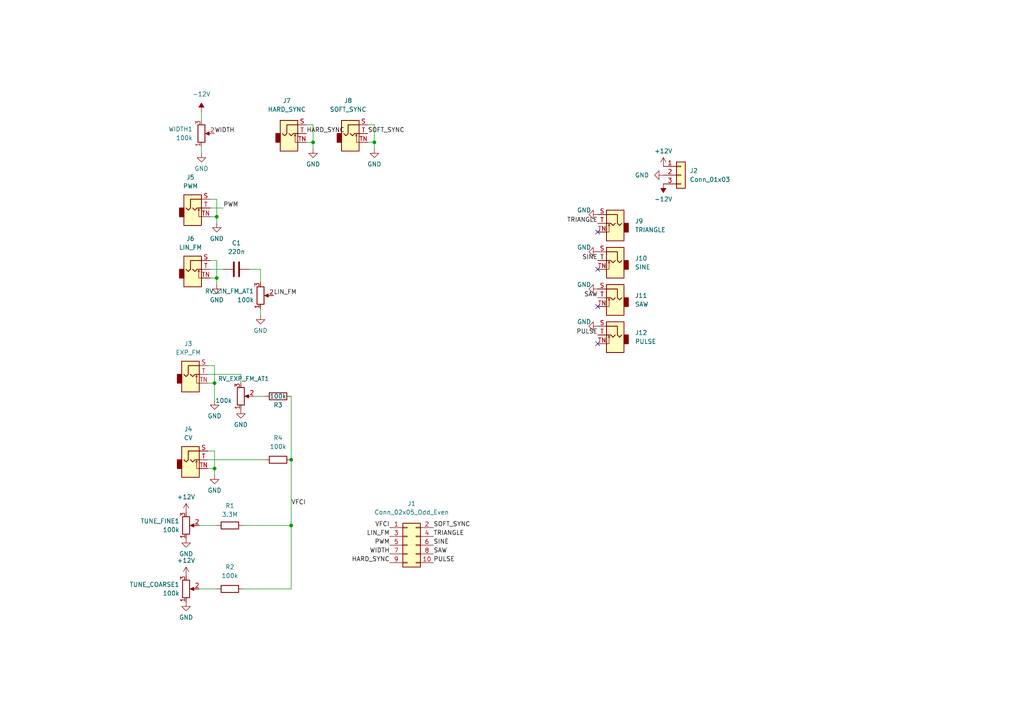
<source format=kicad_sch>
(kicad_sch (version 20211123) (generator eeschema)
  (paper "A4")
  (lib_symbols
    (symbol "Connector:AudioJack2_SwitchT"
      (property "Reference" "J" (at 0 8.89 0))
      (property "Value" "AudioJack2_SwitchT" (at 0 6.35 0))
      (symbol "AudioJack2_SwitchT_0_1"
        (rectangle (start -2.54 0) (end -3.81 -2.54) (stroke (width 0.254)) (fill (type outline)))
        (polyline (pts (xy 1.778 -0.254) (xy 2.032 -0.762)))
        (polyline (pts (xy 0 0) (xy 0.635 -0.635) (xy 1.27 0) (xy 2.54 0)) (stroke (width 0.254)))
        (polyline (pts (xy 2.54 -2.54) (xy 1.778 -2.54) (xy 1.778 -0.254) (xy 1.524 -0.762)))
        (polyline (pts (xy 2.54 2.54) (xy -0.635 2.54) (xy -0.635 0) (xy -1.27 -0.635) (xy -1.905 0)) (stroke (width 0.254)))
        (rectangle (start 2.54 3.81) (end -2.54 -5.08) (stroke (width 0.254)) (fill (type background)))
      )
      (symbol "AudioJack2_SwitchT_1_1"
        (pin passive line (at 5.08 2.54 180) (length 2.54) (name "~") (number "S"))
        (pin passive line (at 5.08 0 180) (length 2.54) (name "~") (number "T"))
        (pin passive line (at 5.08 -2.54 180) (length 2.54) (name "~") (number "TN"))
      )
    )
    (symbol "Connector_Generic:Conn_01x03" (pin_names (offset 1.016) hide)
      (property "Reference" "J" (at 0 5.08 0))
      (property "Value" "Conn_01x03" (at 0 -5.08 0))
      (symbol "Conn_01x03_1_1"
        (rectangle (start -1.27 -2.413) (end 0 -2.667) (stroke (width 0.1524)))
        (rectangle (start -1.27 0.127) (end 0 -0.127) (stroke (width 0.1524)))
        (rectangle (start -1.27 2.667) (end 0 2.413) (stroke (width 0.1524)))
        (rectangle (start -1.27 3.81) (end 1.27 -3.81) (stroke (width 0.254)) (fill (type background)))
        (pin passive line (at -5.08 2.54 0) (length 3.81) (name "Pin_1") (number "1"))
        (pin passive line (at -5.08 0 0) (length 3.81) (name "Pin_2") (number "2"))
        (pin passive line (at -5.08 -2.54 0) (length 3.81) (name "Pin_3") (number "3"))
      )
    )
    (symbol "Connector_Generic:Conn_02x05_Odd_Even" (pin_names (offset 1.016) hide)
      (property "Reference" "J" (at 1.27 7.62 0))
      (property "Value" "Conn_02x05_Odd_Even" (at 1.27 -7.62 0))
      (symbol "Conn_02x05_Odd_Even_1_1"
        (rectangle (start -1.27 -4.953) (end 0 -5.207) (stroke (width 0.1524)))
        (rectangle (start -1.27 -2.413) (end 0 -2.667) (stroke (width 0.1524)))
        (rectangle (start -1.27 0.127) (end 0 -0.127) (stroke (width 0.1524)))
        (rectangle (start -1.27 2.667) (end 0 2.413) (stroke (width 0.1524)))
        (rectangle (start -1.27 5.207) (end 0 4.953) (stroke (width 0.1524)))
        (rectangle (start -1.27 6.35) (end 3.81 -6.35) (stroke (width 0.254)) (fill (type background)))
        (rectangle (start 3.81 -4.953) (end 2.54 -5.207) (stroke (width 0.1524)))
        (rectangle (start 3.81 -2.413) (end 2.54 -2.667) (stroke (width 0.1524)))
        (rectangle (start 3.81 0.127) (end 2.54 -0.127) (stroke (width 0.1524)))
        (rectangle (start 3.81 2.667) (end 2.54 2.413) (stroke (width 0.1524)))
        (rectangle (start 3.81 5.207) (end 2.54 4.953) (stroke (width 0.1524)))
        (pin passive line (at -5.08 5.08 0) (length 3.81) (name "Pin_1") (number "1"))
        (pin passive line (at 7.62 -5.08 180) (length 3.81) (name "Pin_10") (number "10"))
        (pin passive line (at 7.62 5.08 180) (length 3.81) (name "Pin_2") (number "2"))
        (pin passive line (at -5.08 2.54 0) (length 3.81) (name "Pin_3") (number "3"))
        (pin passive line (at 7.62 2.54 180) (length 3.81) (name "Pin_4") (number "4"))
        (pin passive line (at -5.08 0 0) (length 3.81) (name "Pin_5") (number "5"))
        (pin passive line (at 7.62 0 180) (length 3.81) (name "Pin_6") (number "6"))
        (pin passive line (at -5.08 -2.54 0) (length 3.81) (name "Pin_7") (number "7"))
        (pin passive line (at 7.62 -2.54 180) (length 3.81) (name "Pin_8") (number "8"))
        (pin passive line (at -5.08 -5.08 0) (length 3.81) (name "Pin_9") (number "9"))
      )
    )
    (symbol "Device:C" (pin_numbers hide) (pin_names (offset 0.254))
      (property "Reference" "C" (at 0.635 2.54 0))
      (property "Value" "C" (at 0.635 -2.54 0))
      (symbol "C_0_1"
        (polyline (pts (xy -2.032 -0.762) (xy 2.032 -0.762)) (stroke (width 0.508)))
        (polyline (pts (xy -2.032 0.762) (xy 2.032 0.762)) (stroke (width 0.508)))
      )
      (symbol "C_1_1"
        (pin passive line (at 0 3.81 270) (length 2.794) (name "~") (number "1"))
        (pin passive line (at 0 -3.81 90) (length 2.794) (name "~") (number "2"))
      )
    )
    (symbol "Device:R" (pin_numbers hide) (pin_names (offset 0))
      (property "Reference" "R" (at 2.032 0 90))
      (property "Value" "R" (at 0 0 90))
      (symbol "R_0_1"
        (rectangle (start -1.016 -2.54) (end 1.016 2.54) (stroke (width 0.254)))
      )
      (symbol "R_1_1"
        (pin passive line (at 0 3.81 270) (length 1.27) (name "~") (number "1"))
        (pin passive line (at 0 -3.81 90) (length 1.27) (name "~") (number "2"))
      )
    )
    (symbol "Device:R_Potentiometer" (pin_names (offset 1.016) hide)
      (property "Reference" "RV" (at -4.445 0 90))
      (property "Value" "R_Potentiometer" (at -2.54 0 90))
      (symbol "R_Potentiometer_0_1"
        (polyline (pts (xy 2.54 0) (xy 1.524 0)))
        (polyline (pts (xy 1.143 0) (xy 2.286 0.508) (xy 2.286 -0.508) (xy 1.143 0)) (fill (type outline)))
        (rectangle (start 1.016 2.54) (end -1.016 -2.54) (stroke (width 0.254)))
      )
      (symbol "R_Potentiometer_1_1"
        (pin passive line (at 0 3.81 270) (length 1.27) (name "1") (number "1"))
        (pin passive line (at 3.81 0 180) (length 1.27) (name "2") (number "2"))
        (pin passive line (at 0 -3.81 90) (length 1.27) (name "3") (number "3"))
      )
    )
    (symbol "power:+12V" (power) (pin_names (offset 0))
      (property "Value" "+12V" (at 0 3.556 0))
      (symbol "+12V_0_1"
        (polyline (pts (xy -0.762 1.27) (xy 0 2.54)))
        (polyline (pts (xy 0 0) (xy 0 2.54)))
        (polyline (pts (xy 0 2.54) (xy 0.762 1.27)))
      )
      (symbol "+12V_1_1"
        (pin power_in line (at 0 0 90) (length 0) hide (name "+12V") (number "1"))
      )
    )
    (symbol "power:-12V" (power) (pin_names (offset 0))
      (property "Value" "-12V" (at 0 3.81 0))
      (symbol "-12V_0_0"
        (pin power_in line (at 0 0 90) (length 0) hide (name "-12V") (number "1"))
      )
      (symbol "-12V_0_1"
        (polyline (pts (xy 0 0) (xy 0 1.27) (xy 0.762 1.27) (xy 0 2.54) (xy -0.762 1.27) (xy 0 1.27)) (fill (type outline)))
      )
    )
    (symbol "power:GND" (power) (pin_names (offset 0))
      (property "Value" "GND" (at 0 -3.81 0))
      (symbol "GND_0_1"
        (polyline (pts (xy 0 0) (xy 0 -1.27) (xy 1.27 -1.27) (xy 0 -2.54) (xy -1.27 -1.27) (xy 0 -1.27)))
      )
      (symbol "GND_1_1"
        (pin power_in line (at 0 0 270) (length 0) hide (name "GND") (number "1"))
      )
    )
  )
  (junction (at 108.585 41.275))
  (junction (at 62.865 80.645))
  (junction (at 90.805 41.275))
  (junction (at 84.455 152.4))
  (junction (at 62.23 111.125))
  (junction (at 62.23 135.89))
  (junction (at 84.455 133.35))
  (junction (at 62.865 62.865))
  (no_connect (at 173.355 88.9))
  (no_connect (at 173.355 99.695))
  (no_connect (at 173.355 67.31))
  (no_connect (at 173.355 78.105))
  (wire (pts (xy 57.785 152.4) (xy 62.865 152.4)))
  (wire (pts (xy 108.585 43.18) (xy 108.585 41.275)))
  (wire (pts (xy 60.325 133.35) (xy 76.835 133.35)))
  (wire (pts (xy 70.485 152.4) (xy 84.455 152.4)))
  (wire (pts (xy 84.455 114.935) (xy 84.455 133.35)))
  (wire (pts (xy 62.23 111.125) (xy 60.325 111.125)))
  (wire (pts (xy 62.23 130.81) (xy 62.23 135.89)))
  (wire (pts (xy 62.865 57.785) (xy 62.865 62.865)))
  (wire (pts (xy 73.66 114.935) (xy 76.835 114.935)))
  (wire (pts (xy 62.865 62.865) (xy 60.96 62.865)))
  (wire (pts (xy 106.68 36.195) (xy 108.585 36.195)))
  (wire (pts (xy 62.23 137.795) (xy 62.23 135.89)))
  (wire (pts (xy 69.85 111.125) (xy 69.85 108.585)))
  (wire (pts (xy 60.325 130.81) (xy 62.23 130.81)))
  (wire (pts (xy 62.865 64.77) (xy 62.865 62.865)))
  (wire (pts (xy 62.865 82.55) (xy 62.865 80.645)))
  (wire (pts (xy 57.785 170.815) (xy 62.865 170.815)))
  (wire (pts (xy 60.96 57.785) (xy 62.865 57.785)))
  (wire (pts (xy 60.325 106.045) (xy 62.23 106.045)))
  (wire (pts (xy 90.805 36.195) (xy 90.805 41.275)))
  (wire (pts (xy 60.96 75.565) (xy 62.865 75.565)))
  (wire (pts (xy 84.455 170.815) (xy 84.455 152.4)))
  (wire (pts (xy 58.42 42.545) (xy 58.42 44.45)))
  (wire (pts (xy 62.865 75.565) (xy 62.865 80.645)))
  (wire (pts (xy 108.585 36.195) (xy 108.585 41.275)))
  (wire (pts (xy 88.9 36.195) (xy 90.805 36.195)))
  (wire (pts (xy 70.485 170.815) (xy 84.455 170.815)))
  (wire (pts (xy 62.865 80.645) (xy 60.96 80.645)))
  (wire (pts (xy 72.39 78.105) (xy 75.565 78.105)))
  (wire (pts (xy 84.455 152.4) (xy 84.455 133.35)))
  (wire (pts (xy 58.42 32.385) (xy 58.42 34.925)))
  (wire (pts (xy 90.805 41.275) (xy 88.9 41.275)))
  (wire (pts (xy 62.23 111.125) (xy 62.23 116.205)))
  (wire (pts (xy 75.565 78.105) (xy 75.565 81.915)))
  (wire (pts (xy 60.96 78.105) (xy 64.77 78.105)))
  (wire (pts (xy 90.805 43.18) (xy 90.805 41.275)))
  (wire (pts (xy 62.23 135.89) (xy 60.325 135.89)))
  (wire (pts (xy 75.565 89.535) (xy 75.565 91.44)))
  (wire (pts (xy 62.23 106.045) (xy 62.23 111.125)))
  (wire (pts (xy 108.585 41.275) (xy 106.68 41.275)))
  (wire (pts (xy 60.96 60.325) (xy 64.77 60.325)))
  (wire (pts (xy 60.325 108.585) (xy 69.85 108.585)))
  (label "VFCI" (at 84.455 146.685 0))
  (label "SOFT_SYNC" (at 106.68 38.735 0))
  (label "SINE" (at 173.355 75.565 180))
  (label "HARD_SYNC" (at 88.9 38.735 0))
  (label "WIDTH" (at 62.23 38.735 0))
  (label "PULSE" (at 173.355 97.155 180))
  (label "HARD_SYNC" (at 113.03 163.195 180))
  (label "TRIANGLE" (at 173.355 64.77 180))
  (label "PWM" (at 64.77 60.325 0))
  (label "PWM" (at 113.03 158.115 180))
  (label "PULSE" (at 125.73 163.195 0))
  (label "VFCI" (at 113.03 153.035 180))
  (label "LIN_FM" (at 79.375 85.725 0))
  (label "WIDTH" (at 113.03 160.655 180))
  (label "TRIANGLE" (at 125.73 155.575 0))
  (label "LIN_FM" (at 113.03 155.575 180))
  (label "SINE" (at 125.73 158.115 0))
  (label "SAW" (at 125.73 160.655 0))
  (label "SOFT_SYNC" (at 125.73 153.035 0))
  (label "SAW" (at 173.355 86.36 180))
  (symbol (lib_id "Connector:AudioJack2_SwitchT") (at 83.82 38.735 0) (unit 1)
    (property "Reference" "J7" (at 83.185 29.21 0))
    (property "Value" "HARD_SYNC" (at 83.185 31.75 0))
    (property "Footprint" "Connector_Audio:Jack_3.5mm_QingPu_WQP-PJ398SM_Vertical_CircularHoles" (effects hide))
  )
  (symbol (lib_id "Connector:AudioJack2_SwitchT") (at 178.435 86.36 0) (mirror y) (unit 1)
    (property "Reference" "J11" (at 184.15 85.7249 0) (effects (justify right)))
    (property "Value" "SAW" (at 184.15 88.2649 0) (effects (justify right)))
    (property "Footprint" "Connector_Audio:Jack_3.5mm_QingPu_WQP-PJ398SM_Vertical_CircularHoles" (effects hide))
  )
  (symbol (lib_id "power:+12V") (at 192.405 48.26 0) (unit 1)
    (property "Reference" "#PWR0101" (effects hide))
    (property "Value" "+12V" (at 192.405 43.815 0))
  )
  (symbol (lib_id "Device:C") (at 68.58 78.105 90) (unit 1)
    (property "Reference" "C1" (at 68.58 70.485 90))
    (property "Value" "220n" (at 68.58 73.025 90))
    (property "Footprint" "Capacitor_SMD:C_0603_1608Metric_Pad1.08x0.95mm_HandSolder" (effects hide))
  )
  (symbol (lib_id "power:GND") (at 58.42 44.45 0) (unit 1)
    (property "Reference" "#PWR0109" (effects hide))
    (property "Value" "GND" (at 58.42 48.895 0))
  )
  (symbol (lib_id "Device:R_Potentiometer") (at 58.42 38.735 0) (mirror x) (unit 1)
    (property "Reference" "WIDTH1" (at 55.88 37.4649 0) (effects (justify right)))
    (property "Value" "100k" (at 55.88 40.0049 0) (effects (justify right)))
    (property "Footprint" "Potentiometer_THT:Potentiometer_Alps_RK09K_Single_Vertical" (effects hide))
  )
  (symbol (lib_id "power:+12V") (at 53.975 148.59 0) (unit 1)
    (property "Reference" "#PWR0114" (effects hide))
    (property "Value" "+12V" (at 53.975 144.145 0))
  )
  (symbol (lib_id "Device:R") (at 80.645 133.35 90) (unit 1)
    (property "Reference" "R4" (at 80.645 127 90))
    (property "Value" "100k" (at 80.645 129.54 90))
    (property "Footprint" "Resistor_SMD:R_0603_1608Metric_Pad0.98x0.95mm_HandSolder" (effects hide))
  )
  (symbol (lib_id "power:GND") (at 62.865 82.55 0) (unit 1)
    (property "Reference" "#PWR0119" (effects hide))
    (property "Value" "GND" (at 62.865 86.995 0))
  )
  (symbol (lib_id "power:GND") (at 173.355 83.82 270) (unit 1)
    (property "Reference" "#PWR0104" (effects hide))
    (property "Value" "GND" (at 171.45 82.5499 90) (effects (justify right)))
  )
  (symbol (lib_id "power:-12V") (at 192.405 53.34 180) (unit 1)
    (property "Reference" "#PWR0102" (effects hide))
    (property "Value" "-12V" (at 192.405 57.785 0))
  )
  (symbol (lib_id "Connector_Generic:Conn_01x03") (at 197.485 50.8 0) (unit 1)
    (property "Reference" "J2" (at 200.025 49.5299 0) (effects (justify left)))
    (property "Value" "Conn_01x03" (at 200.025 52.0699 0) (effects (justify left)))
    (property "Footprint" "Connector_PinHeader_2.54mm:PinHeader_1x03_P2.54mm_Vertical" (effects hide))
  )
  (symbol (lib_id "Connector:AudioJack2_SwitchT") (at 55.245 133.35 0) (unit 1)
    (property "Reference" "J4" (at 54.61 124.46 0))
    (property "Value" "CV" (at 54.61 127 0))
    (property "Footprint" "Connector_Audio:Jack_3.5mm_QingPu_WQP-PJ398SM_Vertical_CircularHoles" (effects hide))
  )
  (symbol (lib_id "power:-12V") (at 58.42 32.385 0) (unit 1)
    (property "Reference" "#PWR0108" (effects hide))
    (property "Value" "-12V" (at 58.42 27.305 0))
  )
  (symbol (lib_id "power:GND") (at 53.975 156.21 0) (unit 1)
    (property "Reference" "#PWR?" (effects hide))
    (property "Value" "GND" (at 53.975 160.655 0))
  )
  (symbol (lib_id "Connector:AudioJack2_SwitchT") (at 178.435 75.565 0) (mirror y) (unit 1)
    (property "Reference" "J10" (at 184.15 74.9299 0) (effects (justify right)))
    (property "Value" "SINE" (at 184.15 77.4699 0) (effects (justify right)))
    (property "Footprint" "Connector_Audio:Jack_3.5mm_QingPu_WQP-PJ398SM_Vertical_CircularHoles" (effects hide))
  )
  (symbol (lib_id "Device:R_Potentiometer") (at 75.565 85.725 0) (mirror x) (unit 1)
    (property "Reference" "RV_LIN_FM_AT1" (at 73.66 84.4549 0) (effects (justify right)))
    (property "Value" "100k" (at 73.66 86.9949 0) (effects (justify right)))
    (property "Footprint" "Potentiometer_THT:Potentiometer_Alps_RK09K_Single_Vertical" (effects hide))
  )
  (symbol (lib_id "Device:R_Potentiometer") (at 53.975 152.4 0) (mirror x) (unit 1)
    (property "Reference" "TUNE_FINE1" (at 52.07 151.1299 0) (effects (justify right)))
    (property "Value" "100k" (at 52.07 153.6699 0) (effects (justify right)))
    (property "Footprint" "Potentiometer_THT:Potentiometer_Alps_RK09K_Single_Vertical" (effects hide))
  )
  (symbol (lib_id "power:GND") (at 75.565 91.44 0) (unit 1)
    (property "Reference" "#PWR0118" (effects hide))
    (property "Value" "GND" (at 75.565 95.885 0))
  )
  (symbol (lib_id "power:+12V") (at 53.975 167.005 0) (unit 1)
    (property "Reference" "#PWR0116" (effects hide))
    (property "Value" "+12V" (at 53.975 162.56 0))
  )
  (symbol (lib_id "power:GND") (at 90.805 43.18 0) (unit 1)
    (property "Reference" "#PWR0111" (effects hide))
    (property "Value" "GND" (at 90.805 47.625 0))
  )
  (symbol (lib_id "power:GND") (at 62.23 116.205 0) (unit 1)
    (property "Reference" "#PWR0121" (effects hide))
    (property "Value" "GND" (at 62.23 120.65 0))
  )
  (symbol (lib_id "Connector:AudioJack2_SwitchT") (at 178.435 64.77 0) (mirror y) (unit 1)
    (property "Reference" "J9" (at 184.15 64.1349 0) (effects (justify right)))
    (property "Value" "TRIANGLE" (at 184.15 66.6749 0) (effects (justify right)))
    (property "Footprint" "Connector_Audio:Jack_3.5mm_QingPu_WQP-PJ398SM_Vertical_CircularHoles" (effects hide))
  )
  (symbol (lib_id "Device:R") (at 66.675 170.815 90) (unit 1)
    (property "Reference" "R2" (at 66.675 164.465 90))
    (property "Value" "100k" (at 66.675 167.005 90))
    (property "Footprint" "Resistor_SMD:R_0603_1608Metric_Pad0.98x0.95mm_HandSolder" (effects hide))
  )
  (symbol (lib_id "Connector_Generic:Conn_02x05_Odd_Even") (at 118.11 158.115 0) (unit 1)
    (property "Reference" "J1" (at 119.38 146.05 0))
    (property "Value" "Conn_02x05_Odd_Even" (at 119.38 148.59 0))
    (property "Footprint" "Connector_PinHeader_2.54mm:PinHeader_2x05_P2.54mm_Vertical" (effects hide))
  )
  (symbol (lib_id "Connector:AudioJack2_SwitchT") (at 55.88 78.105 0) (unit 1)
    (property "Reference" "J6" (at 55.245 69.215 0))
    (property "Value" "LIN_FM" (at 55.245 71.755 0))
    (property "Footprint" "Connector_Audio:Jack_3.5mm_QingPu_WQP-PJ398SM_Vertical_CircularHoles" (effects hide))
  )
  (symbol (lib_id "power:GND") (at 173.355 62.23 270) (unit 1)
    (property "Reference" "#PWR0107" (effects hide))
    (property "Value" "GND" (at 171.45 60.9599 90) (effects (justify right)))
  )
  (symbol (lib_id "power:GND") (at 62.23 137.795 0) (unit 1)
    (property "Reference" "#PWR0113" (effects hide))
    (property "Value" "GND" (at 62.23 142.24 0))
  )
  (symbol (lib_id "power:GND") (at 173.355 94.615 270) (unit 1)
    (property "Reference" "#PWR0105" (effects hide))
    (property "Value" "GND" (at 171.45 93.3449 90) (effects (justify right)))
  )
  (symbol (lib_id "power:GND") (at 108.585 43.18 0) (unit 1)
    (property "Reference" "#PWR0112" (effects hide))
    (property "Value" "GND" (at 108.585 47.625 0))
  )
  (symbol (lib_id "Device:R_Potentiometer") (at 69.85 114.935 0) (mirror x) (unit 1)
    (property "Reference" "RV_EXP_FM_AT1" (at 78.105 109.8549 0) (effects (justify right)))
    (property "Value" "100k" (at 67.31 116.2049 0) (effects (justify right)))
    (property "Footprint" "Potentiometer_THT:Potentiometer_Alps_RK09K_Single_Vertical" (effects hide))
  )
  (symbol (lib_id "Connector:AudioJack2_SwitchT") (at 55.245 108.585 0) (unit 1)
    (property "Reference" "J3" (at 54.61 99.695 0))
    (property "Value" "EXP_FM" (at 54.61 102.235 0))
    (property "Footprint" "Connector_Audio:Jack_3.5mm_QingPu_WQP-PJ398SM_Vertical_CircularHoles" (effects hide))
  )
  (symbol (lib_id "power:GND") (at 69.85 118.745 0) (unit 1)
    (property "Reference" "#PWR0120" (effects hide))
    (property "Value" "GND" (at 69.85 123.19 0))
  )
  (symbol (lib_id "Device:R_Potentiometer") (at 53.975 170.815 0) (mirror x) (unit 1)
    (property "Reference" "TUNE_COARSE1" (at 52.07 169.5449 0) (effects (justify right)))
    (property "Value" "100k" (at 52.07 172.0849 0) (effects (justify right)))
    (property "Footprint" "Potentiometer_THT:Potentiometer_Alps_RK09K_Single_Vertical" (effects hide))
  )
  (symbol (lib_id "Connector:AudioJack2_SwitchT") (at 101.6 38.735 0) (unit 1)
    (property "Reference" "J8" (at 100.965 29.21 0))
    (property "Value" "SOFT_SYNC" (at 100.965 31.75 0))
    (property "Footprint" "Connector_Audio:Jack_3.5mm_QingPu_WQP-PJ398SM_Vertical_CircularHoles" (effects hide))
  )
  (symbol (lib_id "power:GND") (at 192.405 50.8 270) (unit 1)
    (property "Reference" "#PWR0103" (effects hide))
    (property "Value" "GND" (at 184.15 50.7999 90) (effects (justify left)))
  )
  (symbol (lib_id "Device:R") (at 66.675 152.4 90) (unit 1)
    (property "Reference" "R1" (at 66.675 146.685 90))
    (property "Value" "3.3M" (at 66.675 149.225 90))
    (property "Footprint" "Resistor_SMD:R_0603_1608Metric_Pad0.98x0.95mm_HandSolder" (effects hide))
  )
  (symbol (lib_id "power:GND") (at 173.355 73.025 270) (unit 1)
    (property "Reference" "#PWR0106" (effects hide))
    (property "Value" "GND" (at 171.45 71.7549 90) (effects (justify right)))
  )
  (symbol (lib_id "Device:R") (at 80.645 114.935 90) (unit 1)
    (property "Reference" "R3" (at 80.645 117.475 90))
    (property "Value" "100k" (at 80.645 114.935 90))
    (property "Footprint" "Resistor_SMD:R_0603_1608Metric_Pad0.98x0.95mm_HandSolder" (effects hide))
  )
  (symbol (lib_id "power:GND") (at 53.975 174.625 0) (unit 1)
    (property "Reference" "#PWR?" (effects hide))
    (property "Value" "GND" (at 53.975 179.07 0))
  )
  (symbol (lib_id "Connector:AudioJack2_SwitchT") (at 178.435 97.155 0) (mirror y) (unit 1)
    (property "Reference" "J12" (at 184.15 96.5199 0) (effects (justify right)))
    (property "Value" "PULSE" (at 184.15 99.0599 0) (effects (justify right)))
    (property "Footprint" "Connector_Audio:Jack_3.5mm_QingPu_WQP-PJ398SM_Vertical_CircularHoles" (effects hide))
  )
  (symbol (lib_id "Connector:AudioJack2_SwitchT") (at 55.88 60.325 0) (unit 1)
    (property "Reference" "J5" (at 55.245 51.435 0))
    (property "Value" "PWM" (at 55.245 53.975 0))
    (property "Footprint" "Connector_Audio:Jack_3.5mm_QingPu_WQP-PJ398SM_Vertical_CircularHoles" (effects hide))
  )
  (symbol (lib_id "power:GND") (at 62.865 64.77 0) (unit 1)
    (property "Reference" "#PWR0110" (effects hide))
    (property "Value" "GND" (at 62.865 69.215 0))
  )
)
</source>
